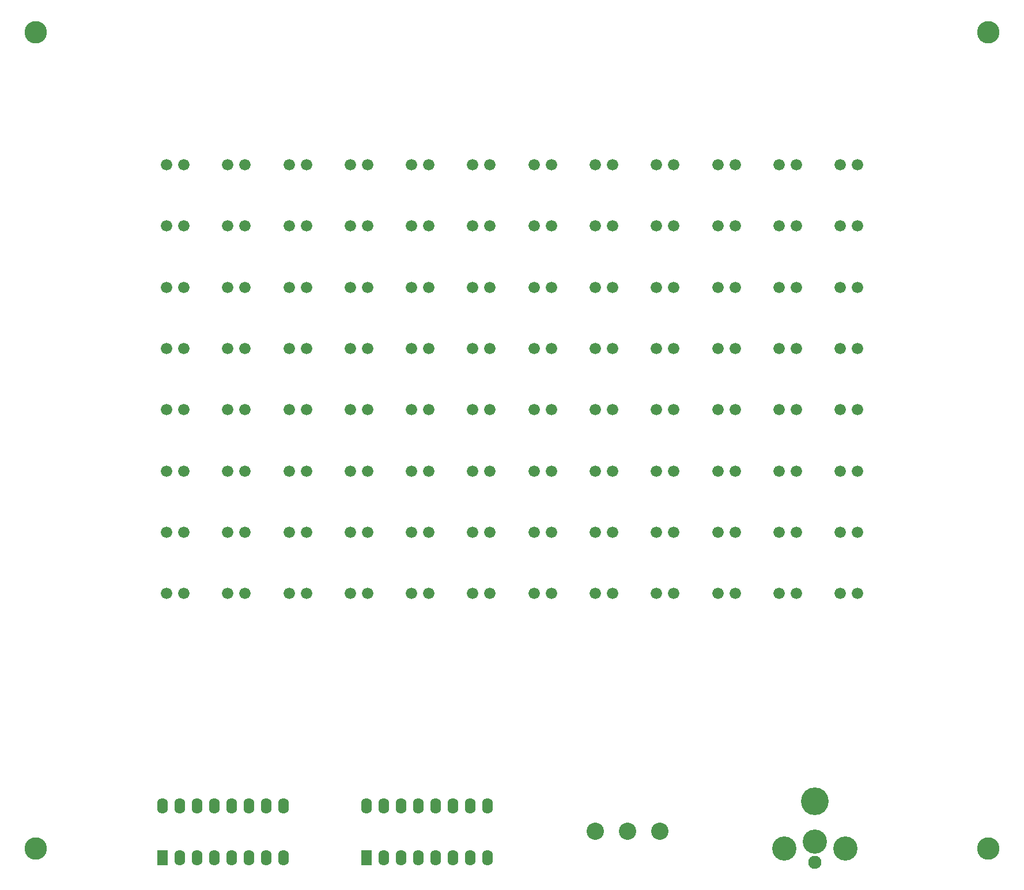
<source format=gts>
G04 (created by PCBNEW (2013-jul-07)-stable) date Fri 28 Nov 2014 01:10:13 PM PST*
%MOIN*%
G04 Gerber Fmt 3.4, Leading zero omitted, Abs format*
%FSLAX34Y34*%
G01*
G70*
G90*
G04 APERTURE LIST*
%ADD10C,0.00590551*%
%ADD11C,0.1*%
%ADD12R,0.062X0.09*%
%ADD13O,0.062X0.09*%
%ADD14C,0.076*%
%ADD15C,0.14*%
%ADD16C,0.16*%
%ADD17C,0.066*%
%ADD18C,0.13*%
G04 APERTURE END LIST*
G54D10*
G54D11*
X49311Y-62385D03*
X51181Y-62385D03*
X53051Y-62385D03*
G54D12*
X36066Y-63901D03*
G54D13*
X37066Y-63901D03*
X38066Y-63901D03*
X39066Y-63901D03*
X40066Y-63901D03*
X41066Y-63901D03*
X42066Y-63901D03*
X43066Y-63901D03*
X43066Y-60901D03*
X42066Y-60901D03*
X41066Y-60901D03*
X40066Y-60901D03*
X39066Y-60901D03*
X38066Y-60901D03*
X37066Y-60901D03*
X36066Y-60901D03*
G54D12*
X24255Y-63901D03*
G54D13*
X25255Y-63901D03*
X26255Y-63901D03*
X27255Y-63901D03*
X28255Y-63901D03*
X29255Y-63901D03*
X30255Y-63901D03*
X31255Y-63901D03*
X31255Y-60901D03*
X30255Y-60901D03*
X29255Y-60901D03*
X28255Y-60901D03*
X27255Y-60901D03*
X26255Y-60901D03*
X25255Y-60901D03*
X24255Y-60901D03*
G54D14*
X62007Y-64174D03*
G54D15*
X62007Y-62994D03*
G54D16*
X62007Y-60634D03*
G54D15*
X63777Y-63384D03*
X60237Y-63384D03*
G54D17*
X24500Y-45078D03*
X25500Y-45078D03*
X35129Y-37992D03*
X36129Y-37992D03*
X63476Y-41535D03*
X64476Y-41535D03*
X59933Y-41535D03*
X60933Y-41535D03*
X56389Y-41535D03*
X57389Y-41535D03*
X52846Y-41535D03*
X53846Y-41535D03*
X49303Y-41535D03*
X50303Y-41535D03*
X45759Y-41535D03*
X46759Y-41535D03*
X42216Y-41535D03*
X43216Y-41535D03*
X38673Y-41535D03*
X39673Y-41535D03*
X35129Y-41535D03*
X36129Y-41535D03*
X31586Y-41535D03*
X32586Y-41535D03*
X28043Y-41535D03*
X29043Y-41535D03*
X24500Y-41535D03*
X25500Y-41535D03*
X63476Y-37992D03*
X64476Y-37992D03*
X59933Y-37992D03*
X60933Y-37992D03*
X56389Y-37992D03*
X57389Y-37992D03*
X52846Y-37992D03*
X53846Y-37992D03*
X49303Y-37992D03*
X50303Y-37992D03*
X45759Y-37992D03*
X46759Y-37992D03*
X42216Y-37992D03*
X43216Y-37992D03*
X38673Y-37992D03*
X39673Y-37992D03*
X31586Y-37992D03*
X32586Y-37992D03*
X24500Y-48622D03*
X25500Y-48622D03*
X63476Y-48622D03*
X64476Y-48622D03*
X59933Y-48622D03*
X60933Y-48622D03*
X56389Y-48622D03*
X57389Y-48622D03*
X52846Y-48622D03*
X53846Y-48622D03*
X49303Y-48622D03*
X50303Y-48622D03*
X45759Y-48622D03*
X46759Y-48622D03*
X42216Y-48622D03*
X43216Y-48622D03*
X38673Y-48622D03*
X39673Y-48622D03*
X35129Y-48622D03*
X36129Y-48622D03*
X31586Y-48622D03*
X32586Y-48622D03*
X28043Y-48622D03*
X29043Y-48622D03*
X28043Y-45078D03*
X29043Y-45078D03*
X63476Y-45078D03*
X64476Y-45078D03*
X59933Y-45078D03*
X60933Y-45078D03*
X56389Y-45078D03*
X57389Y-45078D03*
X52846Y-45078D03*
X53846Y-45078D03*
X49303Y-45078D03*
X50303Y-45078D03*
X45759Y-45078D03*
X46759Y-45078D03*
X42216Y-45078D03*
X43216Y-45078D03*
X38673Y-45078D03*
X39673Y-45078D03*
X35129Y-45078D03*
X36129Y-45078D03*
X31586Y-45078D03*
X32586Y-45078D03*
X24500Y-27362D03*
X25500Y-27362D03*
X24500Y-30905D03*
X25500Y-30905D03*
X63476Y-27362D03*
X64476Y-27362D03*
X59933Y-27362D03*
X60933Y-27362D03*
X56389Y-27362D03*
X57389Y-27362D03*
X52846Y-27362D03*
X53846Y-27362D03*
X49303Y-27362D03*
X50303Y-27362D03*
X45759Y-27362D03*
X46759Y-27362D03*
X42216Y-27362D03*
X43216Y-27362D03*
X38673Y-27362D03*
X39673Y-27362D03*
X35129Y-27362D03*
X36129Y-27362D03*
X31586Y-27362D03*
X32586Y-27362D03*
X28043Y-27362D03*
X29043Y-27362D03*
X28043Y-30905D03*
X29043Y-30905D03*
X63476Y-23818D03*
X64476Y-23818D03*
X59933Y-23818D03*
X60933Y-23818D03*
X56389Y-23818D03*
X57389Y-23818D03*
X52846Y-23818D03*
X53846Y-23818D03*
X49303Y-23818D03*
X50303Y-23818D03*
X45759Y-23818D03*
X46759Y-23818D03*
X42216Y-23818D03*
X43216Y-23818D03*
X38673Y-23818D03*
X39673Y-23818D03*
X35129Y-23818D03*
X36129Y-23818D03*
X31586Y-23818D03*
X32586Y-23818D03*
X28043Y-23818D03*
X29043Y-23818D03*
X28043Y-34448D03*
X29043Y-34448D03*
X28043Y-37992D03*
X29043Y-37992D03*
X24500Y-37992D03*
X25500Y-37992D03*
X63476Y-34448D03*
X64476Y-34448D03*
X59933Y-34448D03*
X60933Y-34448D03*
X56389Y-34448D03*
X57389Y-34448D03*
X52846Y-34448D03*
X53846Y-34448D03*
X49303Y-34448D03*
X50303Y-34448D03*
X45759Y-34448D03*
X46759Y-34448D03*
X42216Y-34448D03*
X43216Y-34448D03*
X38673Y-34448D03*
X39673Y-34448D03*
X35129Y-34448D03*
X36129Y-34448D03*
X31586Y-34448D03*
X32586Y-34448D03*
X24500Y-23818D03*
X25500Y-23818D03*
X24500Y-34448D03*
X25500Y-34448D03*
X63476Y-30905D03*
X64476Y-30905D03*
X59933Y-30905D03*
X60933Y-30905D03*
X56389Y-30905D03*
X57389Y-30905D03*
X52846Y-30905D03*
X53846Y-30905D03*
X49303Y-30905D03*
X50303Y-30905D03*
X45759Y-30905D03*
X46759Y-30905D03*
X42216Y-30905D03*
X43216Y-30905D03*
X38673Y-30905D03*
X39673Y-30905D03*
X35129Y-30905D03*
X36129Y-30905D03*
X31586Y-30905D03*
X32586Y-30905D03*
G54D18*
X16929Y-16141D03*
X16929Y-63385D03*
X72047Y-63385D03*
X72047Y-16141D03*
M02*

</source>
